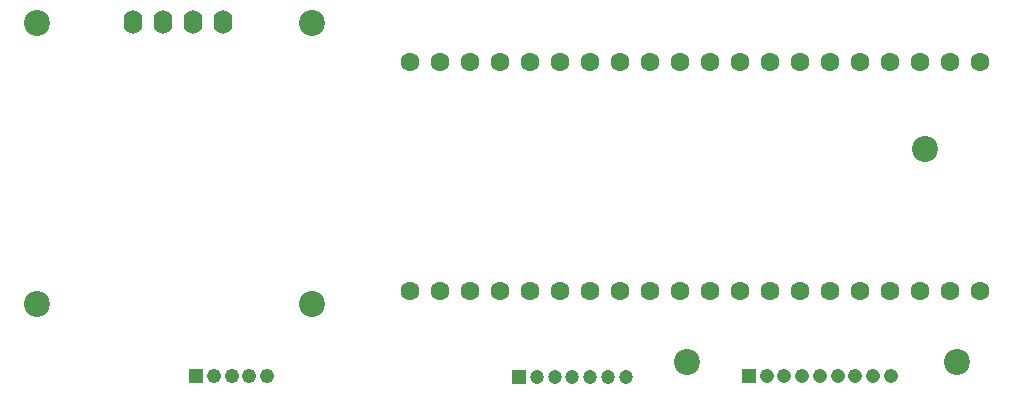
<source format=gbs>
%TF.GenerationSoftware,KiCad,Pcbnew,(6.0.1)*%
%TF.CreationDate,2022-03-14T09:24:09-06:00*%
%TF.ProjectId,PicoFlasher_Breakout_Board_V1,5069636f-466c-4617-9368-65725f427265,rev?*%
%TF.SameCoordinates,Original*%
%TF.FileFunction,Soldermask,Bot*%
%TF.FilePolarity,Negative*%
%FSLAX46Y46*%
G04 Gerber Fmt 4.6, Leading zero omitted, Abs format (unit mm)*
G04 Created by KiCad (PCBNEW (6.0.1)) date 2022-03-14 09:24:09*
%MOMM*%
%LPD*%
G01*
G04 APERTURE LIST*
%ADD10C,2.200000*%
%ADD11R,1.200000X1.200000*%
%ADD12C,1.200000*%
%ADD13R,1.208000X1.208000*%
%ADD14C,1.208000*%
%ADD15O,1.600000X2.000000*%
%ADD16R,1.238000X1.238000*%
%ADD17C,1.238000*%
%ADD18C,1.600000*%
G04 APERTURE END LIST*
D10*
%TO.C,REF\u002A\u002A*%
X92533500Y-92000000D03*
%TD*%
%TO.C,REF\u002A\u002A*%
X115783500Y-92025000D03*
%TD*%
%TO.C,REF\u002A\u002A*%
X147525000Y-96900000D03*
%TD*%
%TO.C,REF\u002A\u002A*%
X92533500Y-68175000D03*
%TD*%
D11*
%TO.C,J2*%
X133350000Y-98150000D03*
D12*
X134850000Y-98150000D03*
X136350000Y-98150000D03*
X137850000Y-98150000D03*
X139350000Y-98150000D03*
X140850000Y-98150000D03*
X142350000Y-98150000D03*
%TD*%
D10*
%TO.C,REF\u002A\u002A*%
X167725000Y-78850000D03*
%TD*%
%TO.C,REF\u002A\u002A*%
X170400000Y-96925000D03*
%TD*%
D13*
%TO.C,J1*%
X152800000Y-98143250D03*
D14*
X154300000Y-98143250D03*
X155800000Y-98143250D03*
X157300000Y-98143250D03*
X158800000Y-98143250D03*
X160300000Y-98143250D03*
X161800000Y-98143250D03*
X163300000Y-98143250D03*
X164800000Y-98143250D03*
%TD*%
D15*
%TO.C,U2*%
X100630000Y-68150000D03*
X103170000Y-68150000D03*
X105710000Y-68150000D03*
X108250000Y-68150000D03*
%TD*%
D10*
%TO.C,REF\u002A\u002A*%
X115783500Y-68200000D03*
%TD*%
D16*
%TO.C,J3*%
X106000000Y-98091500D03*
D17*
X107500000Y-98091500D03*
X109000000Y-98091500D03*
X110500000Y-98091500D03*
X112000000Y-98091500D03*
%TD*%
D18*
%TO.C,U1*%
X172332000Y-71540000D03*
X169792000Y-71540000D03*
X167252000Y-71540000D03*
X164712000Y-71540000D03*
X162172000Y-71540000D03*
X159632000Y-71540000D03*
X157092000Y-71540000D03*
X154552000Y-71540000D03*
X152012000Y-71540000D03*
X149472000Y-71540000D03*
X146932000Y-71540000D03*
X144392000Y-71540000D03*
X141852000Y-71540000D03*
X139312000Y-71540000D03*
X136772000Y-71540000D03*
X134232000Y-71540000D03*
X131692000Y-71540000D03*
X129152000Y-71540000D03*
X126612000Y-71540000D03*
X124072000Y-71540000D03*
X124072000Y-90920000D03*
X126612000Y-90920000D03*
X129152000Y-90920000D03*
X131692000Y-90920000D03*
X134232000Y-90920000D03*
X136772000Y-90920000D03*
X139312000Y-90920000D03*
X141852000Y-90920000D03*
X144392000Y-90920000D03*
X146932000Y-90920000D03*
X149472000Y-90920000D03*
X152012000Y-90920000D03*
X154552000Y-90920000D03*
X157092000Y-90920000D03*
X159632000Y-90920000D03*
X162172000Y-90920000D03*
X164712000Y-90920000D03*
X167252000Y-90920000D03*
X169792000Y-90920000D03*
X172332000Y-90920000D03*
%TD*%
M02*

</source>
